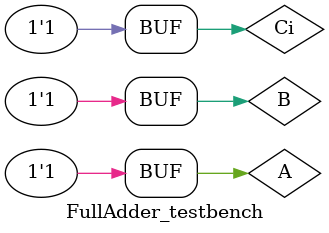
<source format=sv>
module FullAdder(A, B, Ci, Cout, Sum);
	input A, B, Ci;
	output Sum, Cout;
	
	wire X;
	
	xnor(X, A, B);
	assign Cout = (~X & Ci) | (X & B);
	xnor(Sum, Ci, X);
	
endmodule

module FullAdder_testbench;

	logic A, B, Ci;
	logic Sum, Cout;
	
	FullAdder dut(A, B, Ci, Cout, Sum);
	initial begin
	A = 0; B = 0; Ci = 0; #10;
	A = 0; B = 0; Ci = 1; #10;
	A = 0; B = 1; Ci = 0; #10;
	A = 0; B = 1; Ci = 1; #10;
	A = 1; B = 0; Ci = 0; #10;
	A = 1; B = 0; Ci = 1; #10;
	A = 1; B = 1; Ci = 0; #10;
	A = 1; B = 1; Ci = 1; #10;
	end
endmodule	
</source>
